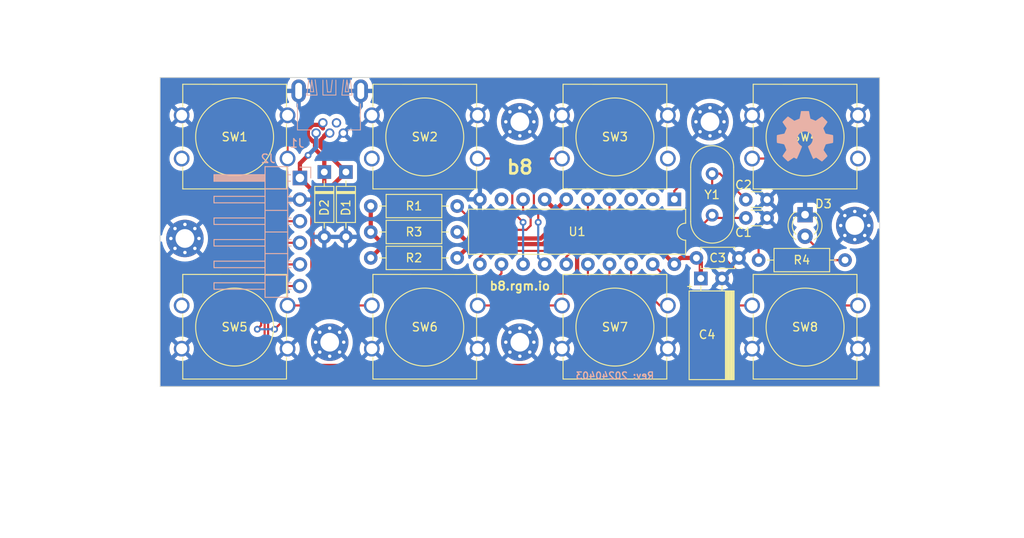
<source format=kicad_pcb>
(kicad_pcb (version 20221018) (generator pcbnew)
  (title_block (title "b8") (date "2024-04-03") (rev "20240403") (comment 3 "Released under CERN Open Hardware Licence Version 2 - Strongly Reciprocal") (comment 4 "Designed by: Rafael G. Martins"))
  (layers (0 "F.Cu" signal) (31 "B.Cu" signal) (34 "B.Paste" user) (35 "F.Paste" user) (36 "B.SilkS" user "B.Silkscreen") (37 "F.SilkS" user "F.Silkscreen") (38 "B.Mask" user) (39 "F.Mask" user) (44 "Edge.Cuts" user))
  (net 0 "")
  (net 1 "GND")
  (net 2 "Net-(U1-PA0{slash}XTAL1)")
  (net 3 "Net-(U1-PA1{slash}XTAL2)")
  (net 4 "+5V")
  (net 5 "USB_PULLUP")
  (net 6 "USB_D-")
  (net 7 "USB_D+")
  (net 10 "Net-(U1-PB0)")
  (net 11 "Net-(U1-PB1)")
  (net 12 "Net-(U1-PB2)")
  (net 13 "Net-(U1-PB3)")
  (net 14 "Net-(U1-PB4)")
  (net 15 "/USB_CONN_D+")
  (net 16 "/USB_CONN_D-")
  (net 17 "MISO")
  (net 18 "SCK")
  (net 19 "RESET")
  (net 20 "MOSI")
  (net 21 "Net-(U1-PB5)")
  (net 22 "Net-(U1-PB6)")
  (net 23 "LED")
  (net 24 "Net-(U1-PB7)")
  (net 32 "Net-(D3-A)")
  (footprint "b8:SW_PUSH-12mm" (layer "F.Cu") (at 109.982 90.17)
    (fp_text reference "SW5" (at 6.223 2.54) (layer "F.SilkS"))
    (fp_text value "SW_Push")
    (pad "1" thru_hole circle (at 0 0) (size 1.85 1.85) (drill 1.3) (layers "*.Cu" "*.Mask"))
    (pad "2" thru_hole circle (at 12.446 0) (size 1.85 1.85) (drill 1.3) (layers "*.Cu" "*.Mask") (net 14 "Net-(U1-PB4)"))
    (pad "3" thru_hole circle (at 0 5.08) (size 1.85 1.85) (drill 1.3) (layers "*.Cu" "*.Mask") (net 1 "GND"))
    (pad "4" thru_hole circle (at 12.446 5.08) (size 1.85 1.85) (drill 1.3) (layers "*.Cu" "*.Mask") (net 1 "GND"))
  )
  (footprint "b8:R_YAGEO_MFR-25FTE52_Horizontal" (layer "F.Cu") (at 132.207 81.534)
    (fp_text reference "R3" (at 5.08 0) (layer "F.SilkS"))
    (fp_text value "68R")
    (pad "1" thru_hole circle (at 0 0) (size 1.6 1.6) (drill 0.8) (layers "*.Cu" "*.Mask") (net 16 "/USB_CONN_D-"))
    (pad "2" thru_hole oval (at 10.16 0) (size 1.6 1.6) (drill 0.8) (layers "*.Cu" "*.Mask") (net 6 "USB_D-"))
  )
  (footprint "b8:SW_PUSH-12mm" (layer "F.Cu") (at 177.038 67.818)
    (fp_text reference "SW4" (at 6.223 2.54) (layer "F.SilkS"))
    (fp_text value "SW_Push")
    (pad "1" thru_hole circle (at 0 0) (size 1.85 1.85) (drill 1.3) (layers "*.Cu" "*.Mask") (net 1 "GND"))
    (pad "2" thru_hole circle (at 12.446 0) (size 1.85 1.85) (drill 1.3) (layers "*.Cu" "*.Mask") (net 1 "GND"))
    (pad "3" thru_hole circle (at 0 5.08) (size 1.85 1.85) (drill 1.3) (layers "*.Cu" "*.Mask") (net 13 "Net-(U1-PB3)"))
    (pad "4" thru_hole circle (at 12.446 5.08) (size 1.85 1.85) (drill 1.3) (layers "*.Cu" "*.Mask"))
  )
  (footprint "MountingHole:MountingHole_2.2mm_M2_Pad_Via" (layer "F.Cu") (at 149.733 68.58)
    (fp_text reference "H2" hide)
    (fp_text value "MountingHole_Pad")
    (pad "1" thru_hole circle (at -1.65 0) (size 0.7 0.7) (drill 0.4) (layers "*.Cu" "*.Mask") (net 1 "GND"))
    (pad "1" thru_hole circle (at -1.166726 -1.166726) (size 0.7 0.7) (drill 0.4) (layers "*.Cu" "*.Mask") (net 1 "GND"))
    (pad "1" thru_hole circle (at -1.166726 1.166726) (size 0.7 0.7) (drill 0.4) (layers "*.Cu" "*.Mask") (net 1 "GND"))
    (pad "1" thru_hole circle (at 0 -1.65) (size 0.7 0.7) (drill 0.4) (layers "*.Cu" "*.Mask") (net 1 "GND"))
    (pad "1" thru_hole circle (at 0 0) (size 4.4 4.4) (drill 2.2) (layers "*.Cu" "*.Mask") (net 1 "GND"))
    (pad "1" thru_hole circle (at 0 1.65) (size 0.7 0.7) (drill 0.4) (layers "*.Cu" "*.Mask") (net 1 "GND"))
    (pad "1" thru_hole circle (at 1.166726 -1.166726) (size 0.7 0.7) (drill 0.4) (layers "*.Cu" "*.Mask") (net 1 "GND"))
    (pad "1" thru_hole circle (at 1.166726 1.166726) (size 0.7 0.7) (drill 0.4) (layers "*.Cu" "*.Mask") (net 1 "GND"))
    (pad "1" thru_hole circle (at 1.65 0) (size 0.7 0.7) (drill 0.4) (layers "*.Cu" "*.Mask") (net 1 "GND"))
  )
  (footprint "Capacitor_THT:C_Disc_D3.0mm_W1.6mm_P2.50mm" (layer "F.Cu") (at 178.796 79.883 180)
    (fp_text reference "C1" (at 2.774 -1.713 180) (layer "F.SilkS"))
    (fp_text value "22p")
    (pad "1" thru_hole circle (at 0 0 180) (size 1.6 1.6) (drill 0.8) (layers "*.Cu" "*.Mask") (net 1 "GND"))
    (pad "2" thru_hole circle (at 2.5 0 180) (size 1.6 1.6) (drill 0.8) (layers "*.Cu" "*.Mask") (net 2 "Net-(U1-PA0{slash}XTAL1)"))
  )
  (footprint "Diode_THT:D_DO-35_SOD27_P7.62mm_Horizontal" (layer "F.Cu") (at 129.286 74.484 -90)
    (fp_text reference "D1" (at 4.191 0 -270) (layer "F.SilkS"))
    (fp_text value "3V6")
    (pad "1" thru_hole rect (at 0 0 270) (size 1.6 1.6) (drill 0.8) (layers "*.Cu" "*.Mask") (net 15 "/USB_CONN_D+"))
    (pad "2" thru_hole oval (at 7.62 0 270) (size 1.6 1.6) (drill 0.8) (layers "*.Cu" "*.Mask") (net 1 "GND"))
  )
  (footprint "b8:SW_PUSH-12mm" (layer "F.Cu") (at 177.038 90.17)
    (fp_text reference "SW8" (at 6.223 2.54) (layer "F.SilkS"))
    (fp_text value "SW_Push")
    (pad "1" thru_hole circle (at 0 0) (size 1.85 1.85) (drill 1.3) (layers "*.Cu" "*.Mask") (net 24 "Net-(U1-PB7)"))
    (pad "2" thru_hole circle (at 12.446 0) (size 1.85 1.85) (drill 1.3) (layers "*.Cu" "*.Mask") (net 18 "SCK"))
    (pad "3" thru_hole circle (at 0 5.08) (size 1.85 1.85) (drill 1.3) (layers "*.Cu" "*.Mask") (net 1 "GND"))
    (pad "4" thru_hole circle (at 12.446 5.08) (size 1.85 1.85) (drill 1.3) (layers "*.Cu" "*.Mask") (net 1 "GND"))
  )
  (footprint "MountingHole:MountingHole_2.2mm_M2_Pad_Via" (layer "F.Cu") (at 189.103 80.772)
    (fp_text reference "H4" hide)
    (fp_text value "MountingHole_Pad")
    (pad "1" thru_hole circle (at -1.65 0) (size 0.7 0.7) (drill 0.4) (layers "*.Cu" "*.Mask") (net 1 "GND"))
    (pad "1" thru_hole circle (at -1.166726 -1.166726) (size 0.7 0.7) (drill 0.4) (layers "*.Cu" "*.Mask") (net 1 "GND"))
    (pad "1" thru_hole circle (at -1.166726 1.166726) (size 0.7 0.7) (drill 0.4) (layers "*.Cu" "*.Mask") (net 1 "GND"))
    (pad "1" thru_hole circle (at 0 -1.65) (size 0.7 0.7) (drill 0.4) (layers "*.Cu" "*.Mask") (net 1 "GND"))
    (pad "1" thru_hole circle (at 0 0) (size 4.4 4.4) (drill 2.2) (layers "*.Cu" "*.Mask") (net 1 "GND"))
    (pad "1" thru_hole circle (at 0 1.65) (size 0.7 0.7) (drill 0.4) (layers "*.Cu" "*.Mask") (net 1 "GND"))
    (pad "1" thru_hole circle (at 1.166726 -1.166726) (size 0.7 0.7) (drill 0.4) (layers "*.Cu" "*.Mask") (net 1 "GND"))
    (pad "1" thru_hole circle (at 1.166726 1.166726) (size 0.7 0.7) (drill 0.4) (layers "*.Cu" "*.Mask") (net 1 "GND"))
    (pad "1" thru_hole circle (at 1.65 0) (size 0.7 0.7) (drill 0.4) (layers "*.Cu" "*.Mask") (net 1 "GND"))
  )
  (footprint "MountingHole:MountingHole_2.2mm_M2_Pad_Via" (layer "F.Cu") (at 127.381 94.488)
    (fp_text reference "H5" hide)
    (fp_text value "MountingHole_Pad")
    (pad "1" thru_hole circle (at -1.65 0) (size 0.7 0.7) (drill 0.4) (layers "*.Cu" "*.Mask") (net 1 "GND"))
    (pad "1" thru_hole circle (at -1.166726 -1.166726) (size 0.7 0.7) (drill 0.4) (layers "*.Cu" "*.Mask") (net 1 "GND"))
    (pad "1" thru_hole circle (at -1.166726 1.166726) (size 0.7 0.7) (drill 0.4) (layers "*.Cu" "*.Mask") (net 1 "GND"))
    (pad "1" thru_hole circle (at 0 -1.65) (size 0.7 0.7) (drill 0.4) (layers "*.Cu" "*.Mask") (net 1 "GND"))
    (pad "1" thru_hole circle (at 0 0) (size 4.4 4.4) (drill 2.2) (layers "*.Cu" "*.Mask") (net 1 "GND"))
    (pad "1" thru_hole circle (at 0 1.65) (size 0.7 0.7) (drill 0.4) (layers "*.Cu" "*.Mask") (net 1 "GND"))
    (pad "1" thru_hole circle (at 1.166726 -1.166726) (size 0.7 0.7) (drill 0.4) (layers "*.Cu" "*.Mask") (net 1 "GND"))
    (pad "1" thru_hole circle (at 1.166726 1.166726) (size 0.7 0.7) (drill 0.4) (layers "*.Cu" "*.Mask") (net 1 "GND"))
    (pad "1" thru_hole circle (at 1.65 0) (size 0.7 0.7) (drill 0.4) (layers "*.Cu" "*.Mask") (net 1 "GND"))
  )
  (footprint "MountingHole:MountingHole_2.2mm_M2_Pad_Via" (layer "F.Cu") (at 110.363 82.296)
    (fp_text reference "H1" hide)
    (fp_text value "MountingHole_Pad")
    (pad "1" thru_hole circle (at -1.65 0) (size 0.7 0.7) (drill 0.4) (layers "*.Cu" "*.Mask") (net 1 "GND"))
    (pad "1" thru_hole circle (at -1.166726 -1.166726) (size 0.7 0.7) (drill 0.4) (layers "*.Cu" "*.Mask") (net 1 "GND"))
    (pad "1" thru_hole circle (at -1.166726 1.166726) (size 0.7 0.7) (drill 0.4) (layers "*.Cu" "*.Mask") (net 1 "GND"))
    (pad "1" thru_hole circle (at 0 -1.65) (size 0.7 0.7) (drill 0.4) (layers "*.Cu" "*.Mask") (net 1 "GND"))
    (pad "1" thru_hole circle (at 0 0) (size 4.4 4.4) (drill 2.2) (layers "*.Cu" "*.Mask") (net 1 "GND"))
    (pad "1" thru_hole circle (at 0 1.65) (size 0.7 0.7) (drill 0.4) (layers "*.Cu" "*.Mask") (net 1 "GND"))
    (pad "1" thru_hole circle (at 1.166726 -1.166726) (size 0.7 0.7) (drill 0.4) (layers "*.Cu" "*.Mask") (net 1 "GND"))
    (pad "1" thru_hole circle (at 1.166726 1.166726) (size 0.7 0.7) (drill 0.4) (layers "*.Cu" "*.Mask") (net 1 "GND"))
    (pad "1" thru_hole circle (at 1.65 0) (size 0.7 0.7) (drill 0.4) (layers "*.Cu" "*.Mask") (net 1 "GND"))
  )
  (footprint "b8:SW_PUSH-12mm" (layer "F.Cu") (at 109.982 67.818)
    (fp_text reference "SW1" (at 6.223 2.54) (layer "F.SilkS"))
    (fp_text value "SW_Push")
    (pad "1" thru_hole circle (at 0 0) (size 1.85 1.85) (drill 1.3) (layers "*.Cu" "*.Mask") (net 1 "GND"))
    (pad "2" thru_hole circle (at 12.446 0) (size 1.85 1.85) (drill 1.3) (layers "*.Cu" "*.Mask") (net 1 "GND"))
    (pad "3" thru_hole circle (at 0 5.08) (size 1.85 1.85) (drill 1.3) (layers "*.Cu" "*.Mask"))
    (pad "4" thru_hole circle (at 12.446 5.08) (size 1.85 1.85) (drill 1.3) (layers "*.Cu" "*.Mask") (net 10 "Net-(U1-PB0)"))
  )
  (footprint "MountingHole:MountingHole_2.2mm_M2_Pad_Via" (layer "F.Cu") (at 149.733 94.488)
    (fp_text reference "H6" hide)
    (fp_text value "MountingHole_Pad")
    (pad "1" thru_hole circle (at -1.65 0) (size 0.7 0.7) (drill 0.4) (layers "*.Cu" "*.Mask") (net 1 "GND"))
    (pad "1" thru_hole circle (at -1.166726 -1.166726) (size 0.7 0.7) (drill 0.4) (layers "*.Cu" "*.Mask") (net 1 "GND"))
    (pad "1" thru_hole circle (at -1.166726 1.166726) (size 0.7 0.7) (drill 0.4) (layers "*.Cu" "*.Mask") (net 1 "GND"))
    (pad "1" thru_hole circle (at 0 -1.65) (size 0.7 0.7) (drill 0.4) (layers "*.Cu" "*.Mask") (net 1 "GND"))
    (pad "1" thru_hole circle (at 0 0) (size 4.4 4.4) (drill 2.2) (layers "*.Cu" "*.Mask") (net 1 "GND"))
    (pad "1" thru_hole circle (at 0 1.65) (size 0.7 0.7) (drill 0.4) (layers "*.Cu" "*.Mask") (net 1 "GND"))
    (pad "1" thru_hole circle (at 1.166726 -1.166726) (size 0.7 0.7) (drill 0.4) (layers "*.Cu" "*.Mask") (net 1 "GND"))
    (pad "1" thru_hole circle (at 1.166726 1.166726) (size 0.7 0.7) (drill 0.4) (layers "*.Cu" "*.Mask") (net 1 "GND"))
    (pad "1" thru_hole circle (at 1.65 0) (size 0.7 0.7) (drill 0.4) (layers "*.Cu" "*.Mask") (net 1 "GND"))
  )
  (footprint "MountingHole:MountingHole_2.2mm_M2_Pad_Via" (layer "F.Cu") (at 172.085 68.58)
    (fp_text reference "H3" hide)
    (fp_text value "MountingHole_Pad")
    (pad "1" thru_hole circle (at -1.65 0) (size 0.7 0.7) (drill 0.4) (layers "*.Cu" "*.Mask") (net 1 "GND"))
    (pad "1" thru_hole circle (at -1.166726 -1.166726) (size 0.7 0.7) (drill 0.4) (layers "*.Cu" "*.Mask") (net 1 "GND"))
    (pad "1" thru_hole circle (at -1.166726 1.166726) (size 0.7 0.7) (drill 0.4) (layers "*.Cu" "*.Mask") (net 1 "GND"))
    (pad "1" thru_hole circle (at 0 -1.65) (size 0.7 0.7) (drill 0.4) (layers "*.Cu" "*.Mask") (net 1 "GND"))
    (pad "1" thru_hole circle (at 0 0) (size 4.4 4.4) (drill 2.2) (layers "*.Cu" "*.Mask") (net 1 "GND"))
    (pad "1" thru_hole circle (at 0 1.65) (size 0.7 0.7) (drill 0.4) (layers "*.Cu" "*.Mask") (net 1 "GND"))
    (pad "1" thru_hole circle (at 1.166726 -1.166726) (size 0.7 0.7) (drill 0.4) (layers "*.Cu" "*.Mask") (net 1 "GND"))
    (pad "1" thru_hole circle (at 1.166726 1.166726) (size 0.7 0.7) (drill 0.4) (layers "*.Cu" "*.Mask") (net 1 "GND"))
    (pad "1" thru_hole circle (at 1.65 0) (size 0.7 0.7) (drill 0.4) (layers "*.Cu" "*.Mask") (net 1 "GND"))
  )
  (footprint "b8:R_YAGEO_MFR-25FTE52_Horizontal" (layer "F.Cu") (at 177.8 84.836)
    (fp_text reference "R4" (at 5.08 0) (layer "F.SilkS"))
    (fp_text value "22k")
    (pad "1" thru_hole circle (at 0 0) (size 1.6 1.6) (drill 0.8) (layers "*.Cu" "*.Mask") (net 23 "LED"))
    (pad "2" thru_hole oval (at 10.16 0) (size 1.6 1.6) (drill 0.8) (layers "*.Cu" "*.Mask") (net 32 "Net-(D3-A)"))
  )
  (footprint "b8:SW_PUSH-12mm" (layer "F.Cu") (at 154.686 90.17)
    (fp_text reference "SW7" (at 6.223 2.54) (layer "F.SilkS"))
    (fp_text value "SW_Push")
    (pad "1" thru_hole circle (at 0 0) (size 1.85 1.85) (drill 1.3) (layers "*.Cu" "*.Mask") (net 17 "MISO"))
    (pad "2" thru_hole circle (at 12.446 0) (size 1.85 1.85) (drill 1.3) (layers "*.Cu" "*.Mask") (net 22 "Net-(U1-PB6)"))
    (pad "3" thru_hole circle (at 0 5.08) (size 1.85 1.85) (drill 1.3) (layers "*.Cu" "*.Mask") (net 1 "GND"))
    (pad "4" thru_hole circle (at 12.446 5.08) (size 1.85 1.85) (drill 1.3) (layers "*.Cu" "*.Mask") (net 1 "GND"))
  )
  (footprint "b8:CP_Radial_D5.0mm_P2.50mm_Horizontal" (layer "F.Cu") (at 171.006888 86.995)
    (fp_text reference "C4" (at 0.7366 6.604) (layer "F.SilkS"))
    (fp_text value "10u")
    (pad "1" thru_hole rect (at 0 0) (size 1.6 1.6) (drill 0.8) (layers "*.Cu" "*.Mask") (net 4 "+5V"))
    (pad "2" thru_hole circle (at 2.5 0) (size 1.6 1.6) (drill 0.8) (layers "*.Cu" "*.Mask") (net 1 "GND"))
  )
  (footprint "b8:SW_PUSH-12mm" (layer "F.Cu") (at 154.686 67.818)
    (fp_text reference "SW3" (at 6.223 2.54) (layer "F.SilkS"))
    (fp_text value "SW_Push")
    (pad "1" thru_hole circle (at 0 0) (size 1.85 1.85) (drill 1.3) (layers "*.Cu" "*.Mask") (net 1 "GND"))
    (pad "2" thru_hole circle (at 12.446 0) (size 1.85 1.85) (drill 1.3) (layers "*.Cu" "*.Mask") (net 1 "GND"))
    (pad "3" thru_hole circle (at 0 5.08) (size 1.85 1.85) (drill 1.3) (layers "*.Cu" "*.Mask") (net 12 "Net-(U1-PB2)"))
    (pad "4" thru_hole circle (at 12.446 5.08) (size 1.85 1.85) (drill 1.3) (layers "*.Cu" "*.Mask"))
  )
  (footprint "LED_THT:LED_D3.0mm" (layer "F.Cu") (at 183.261 79.497 -90)
    (fp_text reference "D3" (at -1.265 -2.159 180) (layer "F.SilkS"))
    (fp_text value "LED")
    (pad "1" thru_hole rect (at 0 0 270) (size 1.8 1.8) (drill 0.9) (layers "*.Cu" "*.Mask") (net 1 "GND"))
    (pad "2" thru_hole circle (at 2.54 0 270) (size 1.8 1.8) (drill 0.9) (layers "*.Cu" "*.Mask") (net 32 "Net-(D3-A)"))
  )
  (footprint "b8:R_YAGEO_MFR-25FTE52_Horizontal" (layer "F.Cu") (at 132.207 78.486)
    (fp_text reference "R1" (at 5.08 0) (layer "F.SilkS"))
    (fp_text value "2k2")
    (pad "1" thru_hole circle (at 0 0) (size 1.6 1.6) (drill 0.8) (layers "*.Cu" "*.Mask") (net 16 "/USB_CONN_D-"))
    (pad "2" thru_hole oval (at 10.16 0) (size 1.6 1.6) (drill 0.8) (layers "*.Cu" "*.Mask") (net 5 "USB_PULLUP"))
  )
  (footprint "b8:R_YAGEO_MFR-25FTE52_Horizontal" (layer "F.Cu") (at 132.207 84.582)
    (fp_text reference "R2" (at 5.08 0) (layer "F.SilkS"))
    (fp_text value "68R")
    (pad "1" thru_hole circle (at 0 0) (size 1.6 1.6) (drill 0.8) (layers "*.Cu" "*.Mask") (net 15 "/USB_CONN_D+"))
    (pad "2" thru_hole oval (at 10.16 0) (size 1.6 1.6) (drill 0.8) (layers "*.Cu" "*.Mask") (net 7 "USB_D+"))
  )
  (footprint "Capacitor_THT:C_Disc_D3.0mm_W1.6mm_P2.50mm" (layer "F.Cu") (at 178.796 77.724 180)
    (fp_text reference "C2" (at 2.774 1.716 180) (layer "F.SilkS"))
    (fp_text value "22p")
    (pad "1" thru_hole circle (at 0 0 180) (size 1.6 1.6) (drill 0.8) (layers "*.Cu" "*.Mask") (net 1 "GND"))
    (pad "2" thru_hole circle (at 2.5 0 180) (size 1.6 1.6) (drill 0.8) (layers "*.Cu" "*.Mask") (net 3 "Net-(U1-PA1{slash}XTAL2)"))
  )
  (footprint "b8:C_TDK_FA28" (layer "F.Cu") (at 175.4886 84.582 180)
    (fp_text reference "C3" (at 2.5 0 180) (layer "F.SilkS"))
    (fp_text value "100n")
    (pad "1" thru_hole circle (at 0 0 180) (size 1.6 1.6) (drill 0.8) (layers "*.Cu" "*.Mask") (net 1 "GND"))
    (pad "2" thru_hole circle (at 5 0 180) (size 1.6 1.6) (drill 0.8) (layers "*.Cu" "*.Mask") (net 4 "+5V"))
  )
  (footprint "Crystal:Crystal_HC49-4H_Vertical" (layer "F.Cu") (at 172.339 74.676 -90)
    (fp_text reference "Y1" (at 2.478 0) (layer "F.SilkS"))
    (fp_text value "20MHz")
    (pad "1" thru_hole circle (at 0 0 270) (size 1.5 1.5) (drill 0.8) (layers "*.Cu" "*.Mask") (net 3 "Net-(U1-PA1{slash}XTAL2)"))
    (pad "2" thru_hole circle (at 4.88 0 270) (size 1.5 1.5) (drill 0.8) (layers "*.Cu" "*.Mask") (net 2 "Net-(U1-PA0{slash}XTAL1)"))
  )
  (footprint "b8:SW_PUSH-12mm" (layer "F.Cu") (at 132.334 67.818)
    (fp_text reference "SW2" (at 6.223 2.54) (layer "F.SilkS"))
    (fp_text value "SW_Push")
    (pad "1" thru_hole circle (at 0 0) (size 1.85 1.85) (drill 1.3) (layers "*.Cu" "*.Mask") (net 1 "GND"))
    (pad "2" thru_hole circle (at 12.446 0) (size 1.85 1.85) (drill 1.3) (layers "*.Cu" "*.Mask") (net 1 "GND"))
    (pad "3" thru_hole circle (at 0 5.08) (size 1.85 1.85) (drill 1.3) (layers "*.Cu" "*.Mask"))
    (pad "4" thru_hole circle (at 12.446 5.08) (size 1.85 1.85) (drill 1.3) (layers "*.Cu" "*.Mask") (net 11 "Net-(U1-PB1)"))
  )
  (footprint "Diode_THT:D_DO-35_SOD27_P7.62mm_Horizontal" (layer "F.Cu") (at 126.746 74.484 -90)
    (fp_text reference "D2" (at 4.191 -0.002 -270) (layer "F.SilkS"))
    (fp_text value "3V6")
    (pad "1" thru_hole rect (at 0 0 270) (size 1.6 1.6) (drill 0.8) (layers "*.Cu" "*.Mask") (net 16 "/USB_CONN_D-"))
    (pad "2" thru_hole oval (at 7.62 0 270) (size 1.6 1.6) (drill 0.8) (layers "*.Cu" "*.Mask") (net 1 "GND"))
  )
  (footprint "Package_DIP:DIP-20_W7.62mm" (layer "F.Cu") (at 167.894 77.694 -90)
    (fp_text reference "U1" (at 3.8 11.43) (layer "F.SilkS"))
    (fp_text value "ATtiny4313-P")
    (pad "1" thru_hole rect (at 0 0 270) (size 1.6 1.6) (drill 0.8) (layers "*.Cu" "*.Mask") (net 19 "RESET"))
    (pad "2" thru_hole oval (at 0 2.54 270) (size 1.6 1.6) (drill 0.8) (layers "*.Cu" "*.Mask"))
    (pad "3" thru_hole oval (at 0 5.08 270) (size 1.6 1.6) (drill 0.8) (layers "*.Cu" "*.Mask"))
    (pad "4" thru_hole oval (at 0 7.62 270) (size 1.6 1.6) (drill 0.8) (layers "*.Cu" "*.Mask") (net 3 "Net-(U1-PA1{slash}XTAL2)"))
    (pad "5" thru_hole oval (at 0 10.16 270) (size 1.6 1.6) (drill 0.8) (layers "*.Cu" "*.Mask") (net 2 "Net-(U1-PA0{slash}XTAL1)"))
    (pad "6" thru_hole oval (at 0 12.7 270) (size 1.6 1.6) (drill 0.8) (layers "*.Cu" "*.Mask") (net 7 "USB_D+"))
    (pad "7" thru_hole oval (at 0 15.24 270) (size 1.6 1.6) (drill 0.8) (layers "*.Cu" "*.Mask") (net 6 "USB_D-"))
    (pad "8" thru_hole oval (at 0 17.78 270) (size 1.6 1.6) (drill 0.8) (layers "*.Cu" "*.Mask") (net 5 "USB_PULLUP"))
    (pad "9" thru_hole oval (at 0 20.32 270) (size 1.6 1.6) (drill 0.8) (layers "*.Cu" "*.Mask"))
    (pad "10" thru_hole oval (at 0 22.86 270) (size 1.6 1.6) (drill 0.8) (layers "*.Cu" "*.Mask") (net 1 "GND"))
    (pad "11" thru_hole oval (at 7.62 22.86 270) (size 1.6 1.6) (drill 0.8) (layers "*.Cu" "*.Mask") (net 23 "LED"))
    (pad "12" thru_hole oval (at 7.62 20.32 270) (size 1.6 1.6) (drill 0.8) (layers "*.Cu" "*.Mask") (net 10 "Net-(U1-PB0)"))
    (pad "13" thru_hole oval (at 7.62 17.78 270) (size 1.6 1.6) (drill 0.8) (layers "*.Cu" "*.Mask") (net 11 "Net-(U1-PB1)"))
    (pad "14" thru_hole oval (at 7.62 15.24 270) (size 1.6 1.6) (drill 0.8) (layers "*.Cu" "*.Mask") (net 12 "Net-(U1-PB2)"))
    (pad "15" thru_hole oval (at 7.62 12.7 270) (size 1.6 1.6) (drill 0.8) (layers "*.Cu" "*.Mask") (net 13 "Net-(U1-PB3)"))
    (pad "16" thru_hole oval (at 7.62 10.16 270) (size 1.6 1.6) (drill 0.8) (layers "*.Cu" "*.Mask") (net 14 "Net-(U1-PB4)"))
    (pad "17" thru_hole oval (at 7.62 7.62 270) (size 1.6 1.6) (drill 0.8) (layers "*.Cu" "*.Mask") (net 21 "Net-(U1-PB5)"))
    (pad "18" thru_hole oval (at 7.62 5.08 270) (size 1.6 1.6) (drill 0.8) (layers "*.Cu" "*.Mask") (net 22 "Net-(U1-PB6)"))
    (pad "19" thru_hole oval (at 7.62 2.54 270) (size 1.6 1.6) (drill 0.8) (layers "*.Cu" "*.Mask") (net 24 "Net-(U1-PB7)"))
    (pad "20" thru_hole oval (at 7.62 0 270) (size 1.6 1.6) (drill 0.8) (layers "*.Cu" "*.Mask") (net 4 "+5V"))
  )
  (footprint "b8:SW_PUSH-12mm" (layer "F.Cu") (at 132.334 90.17)
    (fp_text reference "SW6" (at 6.223 2.54) (layer "F.SilkS"))
    (fp_text value "SW_Push")
    (pad "1" thru_hole circle (at 0 0) (size 1.85 1.85) (drill 1.3) (layers "*.Cu" "*.Mask") (net 20 "MOSI"))
    (pad "2" thru_hole circle (at 12.446 0) (size 1.85 1.85) (drill 1.3) (layers "*.Cu" "*.Mask") (net 21 "Net-(U1-PB5)"))
    (pad "3" thru_hole circle (at 0 5.08) (size 1.85 1.85) (drill 1.3) (layers "*.Cu" "*.Mask") (net 1 "GND"))
    (pad "4" thru_hole circle (at 12.446 5.08) (size 1.85 1.85) (drill 1.3) (layers "*.Cu" "*.Mask") (net 1 "GND"))
  )
  (footprint "Symbol:OSHW-Symbol_6.7x6mm_SilkScreen" (layer "B.Cu") (at 183.261 70.293 180)
    (fp_text reference "REF**" hide)
    (fp_text value "OSHW-Symbol_6.7x6mm_SilkScreen" hide)
  )
  (footprint "Connector_PinHeader_2.54mm:PinHeader_1x06_P2.54mm_Horizontal" (layer "B.Cu") (at 123.882 75.184 180)
    (fp_text reference "J2" (at 3.74 2.27) (layer "B.SilkS") (effects (justify mirror)))
    (fp_text value "ISP Programming")
    (pad "1" thru_hole rect (at 0 0 180) (size 1.7 1.7) (drill 1) (layers "*.Cu" "*.Mask") (net 4 "+5V"))
    (pad "2" thru_hole oval (at 0 -2.54 180) (size 1.7 1.7) (drill 1) (layers "*.Cu" "*.Mask") (net 1 "GND"))
    (pad "3" thru_hole oval (at 0 -5.08 180) (size 1.7 1.7) (drill 1) (layers "*.Cu" "*.Mask") (net 17 "MISO"))
    (pad "4" thru_hole oval (at 0 -7.62 180) (size 1.7 1.7) (drill 1) (layers "*.Cu" "*.Mask") (net 18 "SCK"))
    (pad "5" thru_hole oval (at 0 -10.16 180) (size 1.7 1.7) (drill 1) (layers "*.Cu" "*.Mask") (net 19 "RESET"))
    (pad "6" thru_hole oval (at 0 -12.7 180) (size 1.7 1.7) (drill 1) (layers "*.Cu" "*.Mask") (net 20 "MOSI"))
  )
  (footprint "b8:USB_Mini-B_PTH" (layer "B.Cu") (at 125.781 69.905)
    (fp_text reference "J1" (at -3.2 1.2 180) (layer "B.SilkS") (effects (justify right mirror)))
    (fp_text value "USB" hide)
    (pad "1" thru_hole circle (at 0 0 90) (size 1.1 1.1) (drill 0.7) (layers "*.Cu" "*.Mask") (net 4 "+5V"))
    (pad "2" thru_hole circle (at 0.8 -1.2 90) (size 1.1 1.1) (drill 0.7) (layers "*.Cu" "*.Mask") (net 16 "/USB_CONN_D-"))
    (pad "3" thru_hole circle (at 1.6 0 90) (size 1.1 1.1) (drill 0.7) (layers "*.Cu" "*.Mask") (net 15 "/USB_CONN_D+"))
    (pad "4" thru_hole circle (at 2.4 -1.2 90) (size 1.1 1.1) (drill 0.7) (layers "*.Cu" "*.Mask"))
    (pad "5" thru_hole circle (at 3.2 0 90) (size 1.1 1.1) (drill 0.7) (layers "*.Cu" "*.Mask") (net 1 "GND"))
    (pad "6" thru_hole oval (at -2.05 -4.953 90) (size 2.7 1.7) (drill oval 1.9 0.8) (layers "*.Cu" "*.Mask") (net 1 "GND"))
    (pad "6" thru_hole oval (at 5.25 -4.953 90) (size 2.7 1.7) (drill oval 1.9 0.8) (layers "*.Cu" "*.Mask") (net 1 "GND"))
  )
  (gr_rect (start 107.442 63.373) (end 192.024 99.695) (stroke (width 0.1)) (fill none) (layer "Edge.Cuts"))
  (gr_text "Rev: ${REVISION}" (at 160.909 98.425) (layer "B.SilkS") (effects (font (size 0.8 0.8)) (justify mirror)))
  (gr_text "b8.rgm.io" (at 149.733 87.884) (layer "F.SilkS") (effects (font (size 1 1) (thickness 0.2) bold)))
  (gr_text "b8" (at 149.733 73.914) (layer "F.SilkS") (effects (font (size 1.6 1.6) (thickness 0.32) bold)))
  (segment (start 157.734 77.694) (end 157.734 78.994) (width 0.25) (layer "F.Cu") (net 2))
  (segment (start 172.666 79.883) (end 172.339 79.556) (width 0.25) (layer "F.Cu") (net 2))
  (segment (start 171.123 80.772) (end 172.339 79.556) (width 0.25) (layer "F.Cu") (net 2))
  (segment (start 159.512 80.772) (end 171.123 80.772) (width 0.25) (layer "F.Cu") (net 2))
  (segment (start 176.296 79.883) (end 172.666 79.883) (width 0.25) (layer "F.Cu") (net 2))
  (segment (start 157.734 78.994) (end 159.512 80.772) (width 0.25) (layer "F.Cu") (net 2))
  (segment (start 172.339 76.897) (end 169.353 79.883) (width 0.25) (layer "F.Cu") (net 3))
  (segment (start 169.353 79.883) (end 161.163 79.883) (width 0.25) (layer "F.Cu") (net 3))
  (segment (start 172.339 76.897) (end 172.339 74.676) (width 0.25) (layer "F.Cu") (net 3))
  (segment (start 173.248 74.676) (end 172.339 74.676) (width 0.25) (layer "F.Cu") (net 3))
  (segment (start 161.163 79.883) (end 160.274 78.994) (width 0.25) (layer "F.Cu") (net 3))
  (segment (start 160.274 78.994) (end 160.274 77.694) (width 0.25) (layer "F.Cu") (net 3))
  (segment (start 176.296 77.724) (end 173.248 74.676) (width 0.25) (layer "F.Cu") (net 3))
  (segment (start 125.349 86.295) (end 125.411 86.295) (width 0.5) (layer "F.Cu") (net 4))
  (segment (start 170.4886 84.582) (end 168.626 84.582) (width 0.5) (layer "F.Cu") (net 4))
  (segment (start 156.464 84.328) (end 157.226 83.566) (width 0.5) (layer "F.Cu") (net 4))
  (segment (start 166.146 83.566) (end 167.894 85.314) (width 0.5) (layer "F.Cu") (net 4))
  (segment (start 125.349 76.651) (end 125.349 86.295) (width 0.5) (layer "F.Cu") (net 4))
  (segment (start 157.226 83.566) (end 166.146 83.566) (width 0.5) (layer "F.Cu") (net 4))
  (segment (start 126.944 87.828) (end 155.631 87.828) (width 0.5) (layer "F.Cu") (net 4))
  (segment (start 123.882 73.476) (end 123.882 75.184) (width 0.5) (layer "F.Cu") (net 4))
  (segment (start 156.464 86.995) (end 156.464 84.328) (width 0.5) (layer "F.Cu") (net 4))
  (segment (start 168.626 84.582) (end 167.894 85.314) (width 0.5) (layer "F.Cu") (net 4))
  (segment (start 155.631 87.828) (end 156.464 86.995) (width 0.5) (layer "F.Cu") (net 4))
  (segment (start 171.006888 85.100288) (end 170.4886 84.582) (width 0.5) (layer "F.Cu") (net 4))
  (segment (start 123.882 75.184) (end 125.349 76.651) (width 0.5) (layer "F.Cu") (net 4))
  (segment (start 124.841 72.517) (end 123.882 73.476) (width 0.5) (layer "F.Cu") (net 4))
  (segment (start 125.411 86.295) (end 126.944 87.828) (width 0.5) (layer "F.Cu") (net 4))
  (segment (start 171.006888 86.995) (end 171.006888 85.100288) (width 0.5) (layer "F.Cu") (net 4))
  (via (at 124.841 72.517) (size 0.8) (drill 0.4) (layers "F.Cu" "B.Cu") (net 4))
  (segment (start 125.781 71.577) (end 124.841 72.517) (width 0.5) (layer "B.Cu") (net 4))
  (segment (start 125.781 69.905) (end 125.781 71.577) (width 0.5) (layer "B.Cu") (net 4))
  (segment (start 151.003 79.883) (end 151.003 80.772) (width 0.25) (layer "F.Cu") (net 5))
  (segment (start 150.495 81.28) (end 145.161 81.28) (width 0.25) (layer "F.Cu") (net 5))
  (segment (start 150.114 78.994) (end 151.003 79.883) (width 0.25) (layer "F.Cu") (net 5))
  (segment (start 151.003 80.772) (end 150.495 81.28) (width 0.25) (layer "F.Cu") (net 5))
  (segment (start 150.114 77.694) (end 150.114 78.994) (width 0.25) (layer "F.Cu") (net 5))
  (segment (start 145.161 81.28) (end 142.367 78.486) (width 0.25) (layer "F.Cu") (net 5))
  (segment (start 145.161 82.296) (end 144.729 82.728) (width 0.5) (layer "F.Cu") (net 6))
  (segment (start 152.187308 82.296) (end 145.161 82.296) (width 0.5) (layer "F.Cu") (net 6))
  (segment (start 152.654 77.694) (end 153.594 78.634) (width 0.5) (layer "F.Cu") (net 6))
  (segment (start 143.561 82.728) (end 142.367 81.534) (width 0.5) (layer "F.Cu") (net 6))
  (segment (start 144.729 82.728) (end 143.561 82.728) (width 0.5) (layer "F.Cu") (net 6))
  (segment (start 153.594 80.889308) (end 152.187308 82.296) (width 0.5) (layer "F.Cu") (net 6))
  (segment (start 153.594 78.634) (end 153.594 80.889308) (width 0.5) (layer "F.Cu") (net 6))
  (segment (start 152.460692 82.956) (end 145.43438 82.956) (width 0.5) (layer "F.Cu") (net 7))
  (segment (start 154.254 81.162692) (end 152.460692 82.956) (width 0.5) (layer "F.Cu") (net 7))
  (segment (start 143.561 83.388) (end 142.367 84.582) (width 0.5) (layer "F.Cu") (net 7))
  (segment (start 155.194 77.694) (end 154.254 78.634) (width 0.5) (layer "F.Cu") (net 7))
  (segment (start 145.00238 83.388) (end 143.561 83.388) (width 0.5) (layer "F.Cu") (net 7))
  (segment (start 145.43438 82.956) (end 145.00238 83.388) (width 0.5) (layer "F.Cu") (net 7))
  (segment (start 154.254 78.634) (end 154.254 81.162692) (width 0.5) (layer "F.Cu") (net 7))
  (segment (start 125.795 66.991) (end 128.967 66.991) (width 0.25) (layer "F.Cu") (net 10))
  (segment (start 141.014 87.293) (end 146.688 87.293) (width 0.25) (layer "F.Cu") (net 10))
  (segment (start 139.446 77.47) (end 139.446 85.725) (width 0.25) (layer "F.Cu") (net 10))
  (segment (start 147.574 86.407) (end 147.574 85.314) (width 0.25) (layer "F.Cu") (net 10))
  (segment (start 139.446 85.725) (end 141.014 87.293) (width 0.25) (layer "F.Cu") (net 10))
  (segment (start 128.967 66.991) (end 139.446 77.47) (width 0.25) (layer "F.Cu") (net 10))
  (segment (start 146.688 87.293) (end 147.574 86.407) (width 0.25) (layer "F.Cu") (net 10))
  (segment (start 122.428 72.898) (end 122.428 70.358) (width 0.25) (layer "F.Cu") (net 10))
  (segment (start 122.428 70.358) (end 125.795 66.991) (width 0.25) (layer "F.Cu") (net 10))
  (segment (start 148.844 74.865) (end 146.877 72.898) (width 0.25) (layer "F.Cu") (net 11))
  (segment (start 150.114 80.391) (end 148.844 79.121) (width 0.25) (layer "F.Cu") (net 11))
  (segment (start 146.877 72.898) (end 144.78 72.898) (width 0.25) (layer "F.Cu") (net 11))
  (segment (start 148.844 79.121) (end 148.844 74.865) (width 0.25) (layer "F.Cu") (net 11))
  (via (at 150.114 80.391) (size 0.8) (drill 0.4) (layers "F.Cu" "B.Cu") (net 11))
  (segment (start 150.114 80.391) (end 150.114 85.314) (width 0.25) (layer "B.Cu") (net 11))
  (segment (start 151.384 74.865) (end 153.351 72.898) (width 0.25) (layer "F.Cu") (net 12))
  (segment (start 151.892 78.994) (end 151.384 78.486) (width 0.25) (layer "F.Cu") (net 12))
  (segment (start 151.384 78.486) (end 151.384 74.865) (width 0.25) (layer "F.Cu") (net 12))
  (segment (start 153.351 72.898) (end 154.686 72.898) (width 0.25) (layer "F.Cu") (net 12))
  (segment (start 151.892 80.391) (end 151.892 78.994) (width 0.25) (layer "F.Cu") (net 12))
  (via (at 151.892 80.391) (size 0.8) (drill 0.4) (layers "F.Cu" "B.Cu") (net 12))
  (segment (start 151.892 84.552) (end 152.654 85.314) (width 0.25) (layer "B.Cu") (net 12))
  (segment (start 151.892 80.391) (end 151.892 84.552) (width 0.25) (layer "B.Cu") (net 12))
  (segment (start 156.885 82.764) (end 171.918 82.764) (width 0.25) (layer "F.Cu") (net 13))
  (segment (start 175.768 86.614) (end 179.07 86.614) (width 0.25) (layer "F.Cu") (net 13))
  (segment (start 180.946 84.738) (end 180.946 75.225432) (width 0.25) (layer "F.Cu") (net 13))
  (segment (start 180.946 75.225432) (end 178.618568 72.898) (width 0.25) (layer "F.Cu") (net 13))
  (segment (start 155.194 85.314) (end 155.194 84.455) (width 0.25) (layer "F.Cu") (net 13))
  (segment (start 155.194 84.455) (end 156.885 82.764) (width 0.25) (layer "F.Cu") (net 13))
  (segment (start 179.07 86.614) (end 180.946 84.738) (width 0.25) (layer "F.Cu") (net 13))
  (segment (start 178.618568 72.898) (end 177.038 72.898) (width 0.25) (layer "F.Cu") (net 13))
  (segment (start 171.918 82.764) (end 175.768 86.614) (width 0.25) (layer "F.Cu") (net 13))
  (segment (start 124.323172 90.17) (end 122.428 90.17) (width 0.25) (layer "F.Cu") (net 14))
  (segment (start 156.747 88.363) (end 126.130172 88.363) (width 0.25) (layer "F.Cu") (net 14))
  (segment (start 157.734 85.314) (end 157.734 87.376) (width 0.25) (layer "F.Cu") (net 14))
  (segment (start 126.130172 88.363) (end 124.323172 90.17) (width 0.25) (layer "F.Cu") (net 14))
  (segment (start 157.734 87.376) (end 156.747 88.363) (width 0.25) (layer "F.Cu") (net 14))
  (segment (start 127.406 76.364) (end 129.286 74.484) (width 0.5) (layer "F.Cu") (net 15))
  (segment (start 127.406 77.282308) (end 127.406 76.364) (width 0.5) (layer "F.Cu") (net 15))
  (segment (start 133.401 83.388) (end 136.407692 83.388) (width 0.5) (layer "F.Cu") (net 15))
  (segment (start 129.286 74.484) (end 126.314 71.512) (width 0.5) (layer "F.Cu") (net 15))
  (segment (start 135.772692 75.87) (end 131.562308 75.87) (width 0.5) (layer "F.Cu") (net 15))
  (segment (start 129.276308 78.156) (end 128.279692 78.156) (width 0.5) (layer "F.Cu") (net 15))
  (segment (start 126.314 70.729646) (end 126.741 70.302646) (width 0.5) (layer "F.Cu") (net 15))
  (segment (start 131.562308 75.87) (end 129.276308 78.156) (width 0.5) (layer "F.Cu") (net 15))
  (segment (start 126.314 71.512) (end 126.314 70.729646) (width 0.5) (layer "F.Cu") (net 15))
  (segment (start 126.741 70.211691) (end 127.047691 69.905) (width 0.5) (layer "F.Cu") (net 15))
  (segment (start 137.871 81.924692) (end 137.871 77.968308) (width 0.5) (layer "F.Cu") (net 15))
  (segment (start 126.741 70.302646) (end 126.741 70.211691) (width 0.5) (layer "F.Cu") (net 15))
  (segment (start 128.279692 78.156) (end 127.406 77.282308) (width 0.5) (layer "F.Cu") (net 15))
  (segment (start 136.407692 83.388) (end 137.871 81.924692) (width 0.5) (layer "F.Cu") (net 15))
  (segment (start 137.871 77.968308) (end 135.772692 75.87) (width 0.5) (layer "F.Cu") (net 15))
  (segment (start 127.047691 69.905) (end 127.381 69.905) (width 0.5) (layer "F.Cu") (net 15))
  (segment (start 132.207 84.582) (end 133.401 83.388) (width 0.5) (layer "F.Cu") (net 15))
  (segment (start 137.211 78.241692) (end 135.499308 76.53) (width 0.5) (layer "F.Cu") (net 16))
  (segment (start 126.581 69.347354) (end 126.581 68.705) (width 0.5) (layer "F.Cu") (net 16))
  (segment (start 126.746 72.877381) (end 125.654 71.785381) (width 0.5) (layer "F.Cu") (net 16))
  (segment (start 129.549692 78.816) (end 128.006308 78.816) (width 0.5) (layer "F.Cu") (net 16))
  (segment (start 125.383354 70.865) (end 124.821 70.302646) (width 0.5) (layer "F.Cu") (net 16))
  (segment (start 126.746 77.555692) (end 126.746 74.484) (width 0.5) (layer "F.Cu") (net 16))
  (segment (start 126.746 74.484) (end 126.746 72.877381) (width 0.5) (layer "F.Cu") (net 16))
  (segment (start 126.178646 68.945) (end 126.581 69.347354) (width 0.5) (layer "F.Cu") (net 16))
  (segment (start 124.821 69.507354) (end 125.383354 68.945) (width 0.5) (layer "F.Cu") (net 16))
  (segment (start 124.821 70.302646) (end 124.821 69.507354) (width 0.5) (layer "F.Cu") (net 16))
  (segment (start 125.654 70.865) (end 125.383354 70.865) (width 0.5) (layer "F.Cu") (net 16))
  (segment (start 137.211 81.651308) (end 137.211 78.241692) (width 0.5) (layer "F.Cu") (net 16))
  (segment (start 125.383354 68.945) (end 126.178646 68.945) (width 0.5) (layer "F.Cu") (net 16))
  (segment (start 132.207 81.534) (end 133.401 82.728) (width 0.5) (layer "F.Cu") (net 16))
  (segment (start 128.006308 78.816) (end 126.746 77.555692) (width 0.5) (layer "F.Cu") (net 16))
  (segment (start 131.835692 76.53) (end 129.549692 78.816) (width 0.5) (layer "F.Cu") (net 16))
  (segment (start 133.401 82.728) (end 136.134308 82.728) (width 0.5) (layer "F.Cu") (net 16))
  (segment (start 125.654 71.785381) (end 125.654 70.865) (width 0.5) (layer "F.Cu") (net 16))
  (segment (start 135.499308 76.53) (end 131.835692 76.53) (width 0.5) (layer "F.Cu") (net 16))
  (segment (start 132.207 81.534) (end 132.207 78.486) (width 0.5) (layer "F.Cu") (net 16))
  (segment (start 136.134308 82.728) (end 137.211 81.651308) (width 0.5) (layer "F.Cu") (net 16))
  (segment (start 122.047 80.264) (end 119.321999 82.989001) (width 0.25) (layer "F.Cu") (net 17))
  (segment (start 121.637 92.231) (end 120.904 92.964) (width 0.25) (layer "F.Cu") (net 17))
  (segment (start 119.321999 82.989001) (end 119.322 92.514) (width 0.25) (layer "F.Cu") (net 17))
  (segment (start 148.59 90.17) (end 146.05 92.71) (width 0.25) (layer "F.Cu") (net 17))
  (segment (start 131.209 92.71) (end 129.079 90.58) (width 0.25) (layer "F.Cu") (net 17))
  (segment (start 154.686 90.17) (end 148.59 90.17) (width 0.25) (layer "F.Cu") (net 17))
  (segment (start 146.05 92.71) (end 131.209 92.71) (width 0.25) (layer "F.Cu") (net 17))
  (segment (start 123.421828 92.231) (end 121.637 92.231) (width 0.25) (layer "F.Cu") (net 17))
  (segment (start 129.079 90.58) (end 125.072828 90.58) (width 0.25) (layer "F.Cu") (net 17))
  (segment (start 123.628 80.264) (end 122.047 80.264) (width 0.25) (layer "F.Cu") (net 17))
  (segment (start 119.322 92.514) (end 118.872 92.964) (width 0.25) (layer "F.Cu") (net 17))
  (segment (start 125.072828 90.58) (end 123.421828 92.231) (width 0.25) (layer "F.Cu") (net 17))
  (via (at 120.904 92.964) (size 0.8) (drill 0.4) (layers "F.Cu" "B.Cu") (net 17))
  (via (at 118.872 92.964) (size 0.8) (drill 0.4) (layers "F.Cu" "B.Cu") (net 17))
  (segment (start 118.872 92.964) (end 120.904 92.964) (width 0.25) (layer "B.Cu") (net 17))
  (segment (start 179.480001 95.799431) (end 179.480001 95.800827) (width 0.25) (layer "F.Cu") (net 18))
  (segment (start 181.766 92.808) (end 181.766 93.513432) (width 0.25) (layer "F.Cu") (net 18))
  (segment (start 177.715828 97.565) (end 121.496172 97.565) (width 0.25) (layer "F.Cu") (net 18))
  (segment (start 181.766 93.513432) (end 179.480001 95.799431) (width 0.25) (layer "F.Cu") (net 18))
  (segment (start 184.404 90.17) (end 181.766 92.808) (width 0.25) (layer "F.Cu") (net 18))
  (segment (start 189.484 90.17) (end 184.404 90.17) (width 0.25) (layer "F.Cu") (net 18))
  (segment (start 119.732 95.800828) (end 119.732 85.119) (width 0.25) (layer "F.Cu") (net 18))
  (segment (start 121.496172 97.565) (end 119.732 95.800828) (width 0.25) (layer "F.Cu") (net 18))
  (segment (start 179.480001 95.800827) (end 177.715828 97.565) (width 0.25) (layer "F.Cu") (net 18))
  (segment (start 122.047 82.804) (end 123.628 82.804) (width 0.25) (layer "F.Cu") (net 18))
  (segment (start 119.732 85.119) (end 122.047 82.804) (width 0.25) (layer "F.Cu") (net 18))
  (segment (start 121.666 97.155) (end 177.546 97.155) (width 0.25) (layer "F.Cu") (net 19))
  (segment (start 167.894 76.708) (end 167.894 77.694) (width 0.25) (layer "F.Cu") (net 19))
  (segment (start 123.628 85.344) (end 122.047 85.344) (width 0.25) (layer "F.Cu") (net 19))
  (segment (start 173.228 71.374) (end 167.894 76.708) (width 0.25) (layer "F.Cu") (net 19))
  (segment (start 181.356 93.343604) (end 181.356 75.055604) (width 0.25) (layer "F.Cu") (net 19))
  (segment (start 177.546 97.155) (end 179.07 95.631) (width 0.25) (layer "F.Cu") (net 19))
  (segment (start 179.07 95.631) (end 179.07 95.629604) (width 0.25) (layer "F.Cu") (net 19))
  (segment (start 177.674396 71.374) (end 173.228 71.374) (width 0.25) (layer "F.Cu") (net 19))
  (segment (start 181.356 75.055604) (end 177.674396 71.374) (width 0.25) (layer "F.Cu") (net 19))
  (segment (start 179.07 95.629604) (end 181.356 93.343604) (width 0.25) (layer "F.Cu") (net 19))
  (segment (start 120.142 95.631) (end 121.666 97.155) (width 0.25) (layer "F.Cu") (net 19))
  (segment (start 120.142 87.249) (end 120.142 95.631) (width 0.25) (layer "F.Cu") (net 19))
  (segment (start 122.047 85.344) (end 120.142 87.249) (width 0.25) (layer "F.Cu") (net 19))
  (segment (start 122.047 87.884) (end 120.552 89.379) (width 0.25) (layer "F.Cu") (net 20))
  (segment (start 123.628 87.884) (end 122.047 87.884) (width 0.25) (layer "F.Cu") (net 20))
  (segment (start 120.552 89.379) (end 120.552 90.707) (width 0.25) (layer "F.Cu") (net 20))
  (segment (start 123.252 91.821) (end 124.903 90.17) (width 0.25) (layer "F.Cu") (net 20))
  (segment (start 120.552 90.707) (end 121.666 91.821) (width 0.25) (layer "F.Cu") (net 20))
  (segment (start 121.666 91.821) (end 123.252 91.821) (width 0.25) (layer "F.Cu") (net 20))
  (segment (start 124.903 90.17) (end 132.334 90.17) (width 0.25) (layer "F.Cu") (net 20))
  (segment (start 157.988 88.773) (end 148.463 88.773) (width 0.25) (layer "F.Cu") (net 21))
  (segment (start 148.463 88.773) (end 147.066 90.17) (width 0.25) (layer "F.Cu") (net 21))
  (segment (start 160.274 85.314) (end 160.274 86.487) (width 0.25) (layer "F.Cu") (net 21))
  (segment (start 160.274 86.487) (end 157.988 88.773) (width 0.25) (layer "F.Cu") (net 21))
  (segment (start 147.066 90.17) (end 144.78 90.17) (width 0.25) (layer "F.Cu") (net 21))
  (segment (start 166.181 90.17) (end 167.132 90.17) (width 0.25) (layer "F.Cu") (net 22))
  (segment (start 162.814 86.803) (end 166.181 90.17) (width 0.25) (layer "F.Cu") (net 22))
  (segment (start 162.814 85.314) (end 162.814 86.803) (width 0.25) (layer "F.Cu") (net 22))
  (segment (start 145.034 84.455) (end 145.731 83.758) (width 0.25) (layer "F.Cu") (net 23))
  (segment (start 154.72895 82.354) (end 176.715 82.354) (width 0.25) (layer "F.Cu") (net 23))
  (segment (start 176.715 82.354) (end 177.8 83.439) (width 0.25) (layer "F.Cu") (net 23))
  (segment (start 177.8 83.439) (end 177.8 84.836) (width 0.25) (layer "F.Cu") (net 23))
  (segment (start 153.32495 83.758) (end 154.72895 82.354) (width 0.25) (layer "F.Cu") (net 23))
  (segment (start 145.034 85.314) (end 145.034 84.455) (width 0.25) (layer "F.Cu") (net 23))
  (segment (start 145.731 83.758) (end 153.32495 83.758) (width 0.25) (layer "F.Cu") (net 23))
  (segment (start 170.21 90.17) (end 170.1315 90.0915) (width 0.25) (layer "F.Cu") (net 24))
  (segment (start 170.1315 90.0915) (end 165.354 85.314) (width 0.25) (layer "F.Cu") (net 24))
  (segment (start 177.038 90.17) (end 170.21 90.17) (width 0.25) (layer "F.Cu") (net 24))
  (segment (start 186.06 84.836) (end 183.261 82.037) (width 0.25) (layer "F.Cu") (net 32))
  (segment (start 186.06 84.836) (end 187.96 84.836) (width 0.25) (layer "F.Cu") (net 32))
  (zone (net 1) (net_name "GND") (layer "B.Cu") (connect_pads (clearance 0.508)) (min_thickness 0.254) (fill yes (thermal_gap 0.508) (thermal_bridge_width 0.508))
    (polygon (pts (xy 192.024 99.695) (xy 107.442 99.695) (xy 107.442 63.373) (xy 192.024 63.373)))
  )
)
</source>
